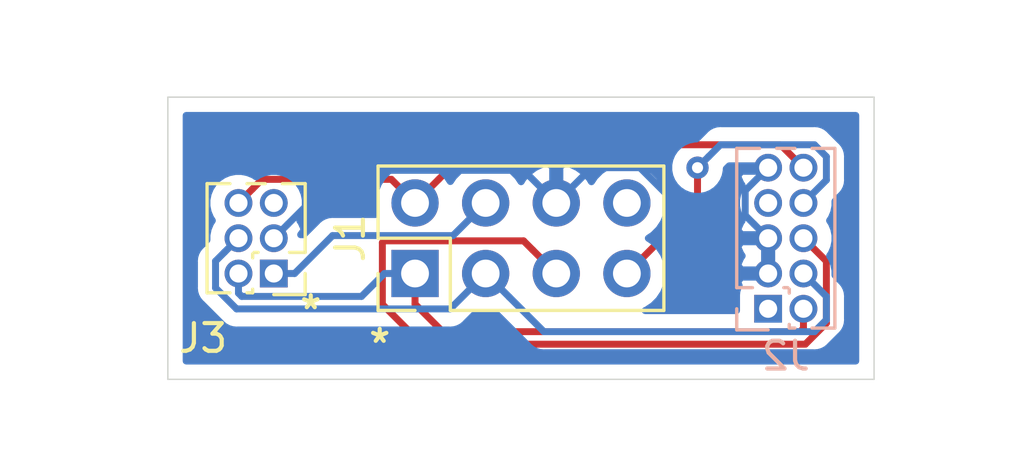
<source format=kicad_pcb>
(kicad_pcb (version 20171130) (host pcbnew "(5.1.5)-3")

  (general
    (thickness 1.6)
    (drawings 6)
    (tracks 69)
    (zones 0)
    (modules 3)
    (nets 12)
  )

  (page A4)
  (layers
    (0 F.Cu signal)
    (31 B.Cu signal)
    (32 B.Adhes user)
    (33 F.Adhes user)
    (34 B.Paste user)
    (35 F.Paste user)
    (36 B.SilkS user)
    (37 F.SilkS user)
    (38 B.Mask user)
    (39 F.Mask user)
    (40 Dwgs.User user)
    (41 Cmts.User user)
    (42 Eco1.User user)
    (43 Eco2.User user)
    (44 Edge.Cuts user)
    (45 Margin user)
    (46 B.CrtYd user)
    (47 F.CrtYd user)
    (48 B.Fab user)
    (49 F.Fab user)
  )

  (setup
    (last_trace_width 0.25)
    (trace_clearance 0.2)
    (zone_clearance 0.508)
    (zone_45_only no)
    (trace_min 0.2)
    (via_size 0.8)
    (via_drill 0.4)
    (via_min_size 0.4)
    (via_min_drill 0.3)
    (uvia_size 0.3)
    (uvia_drill 0.1)
    (uvias_allowed no)
    (uvia_min_size 0.2)
    (uvia_min_drill 0.1)
    (edge_width 0.05)
    (segment_width 0.2)
    (pcb_text_width 0.3)
    (pcb_text_size 1.5 1.5)
    (mod_edge_width 0.12)
    (mod_text_size 1 1)
    (mod_text_width 0.15)
    (pad_size 1.524 1.524)
    (pad_drill 0.762)
    (pad_to_mask_clearance 0.051)
    (solder_mask_min_width 0.25)
    (aux_axis_origin 0 0)
    (visible_elements 7FFFFFFF)
    (pcbplotparams
      (layerselection 0x010fc_ffffffff)
      (usegerberextensions false)
      (usegerberattributes false)
      (usegerberadvancedattributes false)
      (creategerberjobfile false)
      (excludeedgelayer false)
      (linewidth 0.150000)
      (plotframeref false)
      (viasonmask false)
      (mode 1)
      (useauxorigin true)
      (hpglpennumber 1)
      (hpglpenspeed 20)
      (hpglpendiameter 15.000000)
      (psnegative false)
      (psa4output false)
      (plotreference true)
      (plotvalue true)
      (plotinvisibletext false)
      (padsonsilk false)
      (subtractmaskfromsilk false)
      (outputformat 1)
      (mirror false)
      (drillshape 0)
      (scaleselection 1)
      (outputdirectory "plot"))
  )

  (net 0 "")
  (net 1 +3V3)
  (net 2 /TMS)
  (net 3 GND)
  (net 4 /TCK)
  (net 5 /RESET)
  (net 6 "Net-(J2-Pad7)")
  (net 7 "Net-(J2-Pad1)")
  (net 8 "Net-(J3-Pad5)")
  (net 9 /TDO)
  (net 10 /TDI)
  (net 11 "Net-(J1-Pad8)")

  (net_class Default "This is the default net class."
    (clearance 0.2)
    (trace_width 0.25)
    (via_dia 0.8)
    (via_drill 0.4)
    (uvia_dia 0.3)
    (uvia_drill 0.1)
    (add_net +3V3)
    (add_net /RESET)
    (add_net /TCK)
    (add_net /TDI)
    (add_net /TDO)
    (add_net /TMS)
    (add_net GND)
    (add_net "Net-(J1-Pad8)")
    (add_net "Net-(J2-Pad1)")
    (add_net "Net-(J2-Pad7)")
    (add_net "Net-(J3-Pad5)")
  )

  (module Connector_PinHeader_1.27mm:PinHeader_2x03_P1.27mm_Vertical (layer F.Cu) (tedit 59FED6E3) (tstamp 5E824578)
    (at 85.09 57.15 180)
    (descr "Through hole straight pin header, 2x03, 1.27mm pitch, double rows")
    (tags "Through hole pin header THT 2x03 1.27mm double row")
    (path /5E825847)
    (fp_text reference J3 (at 2.54 -2.33) (layer F.SilkS)
      (effects (font (size 1 1) (thickness 0.15)))
    )
    (fp_text value Conn_02x03_Odd_Even (at 1.27 7.41) (layer F.Fab)
      (effects (font (size 1 1) (thickness 0.15)))
    )
    (fp_text user %R (at 1.27 2.54 90) (layer F.Fab)
      (effects (font (size 1 1) (thickness 0.15)))
    )
    (fp_line (start 2.85 -1.15) (end -1.6 -1.15) (layer F.CrtYd) (width 0.05))
    (fp_line (start 2.85 3.7) (end 2.85 -1.15) (layer F.CrtYd) (width 0.05))
    (fp_line (start -1.6 3.7) (end 2.85 3.7) (layer F.CrtYd) (width 0.05))
    (fp_line (start -1.6 -1.15) (end -1.6 3.7) (layer F.CrtYd) (width 0.05))
    (fp_line (start -1.13 -0.76) (end 0 -0.76) (layer F.SilkS) (width 0.12))
    (fp_line (start -1.13 0) (end -1.13 -0.76) (layer F.SilkS) (width 0.12))
    (fp_line (start 1.57753 -0.695) (end 2.4 -0.695) (layer F.SilkS) (width 0.12))
    (fp_line (start 0.76 -0.695) (end 0.96247 -0.695) (layer F.SilkS) (width 0.12))
    (fp_line (start 0.76 -0.563471) (end 0.76 -0.695) (layer F.SilkS) (width 0.12))
    (fp_line (start 0.76 0.706529) (end 0.76 0.563471) (layer F.SilkS) (width 0.12))
    (fp_line (start 0.563471 0.76) (end 0.706529 0.76) (layer F.SilkS) (width 0.12))
    (fp_line (start -1.13 0.76) (end -0.563471 0.76) (layer F.SilkS) (width 0.12))
    (fp_line (start 2.4 -0.695) (end 2.4 3.235) (layer F.SilkS) (width 0.12))
    (fp_line (start -1.13 0.76) (end -1.13 3.235) (layer F.SilkS) (width 0.12))
    (fp_line (start 0.30753 3.235) (end 0.96247 3.235) (layer F.SilkS) (width 0.12))
    (fp_line (start 1.57753 3.235) (end 2.4 3.235) (layer F.SilkS) (width 0.12))
    (fp_line (start -1.13 3.235) (end -0.30753 3.235) (layer F.SilkS) (width 0.12))
    (fp_line (start -1.07 0.2175) (end -0.2175 -0.635) (layer F.Fab) (width 0.1))
    (fp_line (start -1.07 3.175) (end -1.07 0.2175) (layer F.Fab) (width 0.1))
    (fp_line (start 2.34 3.175) (end -1.07 3.175) (layer F.Fab) (width 0.1))
    (fp_line (start 2.34 -0.635) (end 2.34 3.175) (layer F.Fab) (width 0.1))
    (fp_line (start -0.2175 -0.635) (end 2.34 -0.635) (layer F.Fab) (width 0.1))
    (pad 6 thru_hole oval (at 1.27 2.54 180) (size 1 1) (drill 0.65) (layers *.Cu *.Mask)
      (net 5 /RESET))
    (pad 5 thru_hole oval (at 0 2.54 180) (size 1 1) (drill 0.65) (layers *.Cu *.Mask)
      (net 8 "Net-(J3-Pad5)"))
    (pad 4 thru_hole oval (at 1.27 1.27 180) (size 1 1) (drill 0.65) (layers *.Cu *.Mask)
      (net 4 /TCK))
    (pad 3 thru_hole oval (at 0 1.27 180) (size 1 1) (drill 0.65) (layers *.Cu *.Mask)
      (net 3 GND))
    (pad 2 thru_hole oval (at 1.27 0 180) (size 1 1) (drill 0.65) (layers *.Cu *.Mask)
      (net 2 /TMS))
    (pad 1 thru_hole rect (at 0 0 180) (size 1 1) (drill 0.65) (layers *.Cu *.Mask)
      (net 1 +3V3))
    (model ${KISYS3DMOD}/Connector_PinHeader_1.27mm.3dshapes/PinHeader_2x03_P1.27mm_Vertical.wrl
      (at (xyz 0 0 0))
      (scale (xyz 1 1 1))
      (rotate (xyz 0 0 0))
    )
  )

  (module Connector_PinHeader_1.27mm:PinHeader_2x05_P1.27mm_Vertical (layer B.Cu) (tedit 59FED6E3) (tstamp 5E7B8F22)
    (at 102.87 58.42)
    (descr "Through hole straight pin header, 2x05, 1.27mm pitch, double rows")
    (tags "Through hole pin header THT 2x05 1.27mm double row")
    (path /5E7BC2A0)
    (fp_text reference J2 (at 0.635 1.695) (layer B.SilkS)
      (effects (font (size 1 1) (thickness 0.15)) (justify mirror))
    )
    (fp_text value Conn_02x05_Odd_Even (at 0.635 -6.775) (layer B.Fab)
      (effects (font (size 1 1) (thickness 0.15)) (justify mirror))
    )
    (fp_line (start -0.2175 0.635) (end 2.34 0.635) (layer B.Fab) (width 0.1))
    (fp_line (start 2.34 0.635) (end 2.34 -5.715) (layer B.Fab) (width 0.1))
    (fp_line (start 2.34 -5.715) (end -1.07 -5.715) (layer B.Fab) (width 0.1))
    (fp_line (start -1.07 -5.715) (end -1.07 -0.2175) (layer B.Fab) (width 0.1))
    (fp_line (start -1.07 -0.2175) (end -0.2175 0.635) (layer B.Fab) (width 0.1))
    (fp_line (start -1.13 -5.775) (end -0.30753 -5.775) (layer B.SilkS) (width 0.12))
    (fp_line (start 1.57753 -5.775) (end 2.4 -5.775) (layer B.SilkS) (width 0.12))
    (fp_line (start 0.30753 -5.775) (end 0.96247 -5.775) (layer B.SilkS) (width 0.12))
    (fp_line (start -1.13 -0.76) (end -1.13 -5.775) (layer B.SilkS) (width 0.12))
    (fp_line (start 2.4 0.695) (end 2.4 -5.775) (layer B.SilkS) (width 0.12))
    (fp_line (start -1.13 -0.76) (end -0.563471 -0.76) (layer B.SilkS) (width 0.12))
    (fp_line (start 0.563471 -0.76) (end 0.706529 -0.76) (layer B.SilkS) (width 0.12))
    (fp_line (start 0.76 -0.706529) (end 0.76 -0.563471) (layer B.SilkS) (width 0.12))
    (fp_line (start 0.76 0.563471) (end 0.76 0.695) (layer B.SilkS) (width 0.12))
    (fp_line (start 0.76 0.695) (end 0.96247 0.695) (layer B.SilkS) (width 0.12))
    (fp_line (start 1.57753 0.695) (end 2.4 0.695) (layer B.SilkS) (width 0.12))
    (fp_line (start -1.13 0) (end -1.13 0.76) (layer B.SilkS) (width 0.12))
    (fp_line (start -1.13 0.76) (end 0 0.76) (layer B.SilkS) (width 0.12))
    (fp_line (start -1.6 1.15) (end -1.6 -6.25) (layer B.CrtYd) (width 0.05))
    (fp_line (start -1.6 -6.25) (end 2.85 -6.25) (layer B.CrtYd) (width 0.05))
    (fp_line (start 2.85 -6.25) (end 2.85 1.15) (layer B.CrtYd) (width 0.05))
    (fp_line (start 2.85 1.15) (end -1.6 1.15) (layer B.CrtYd) (width 0.05))
    (fp_text user %R (at 0.635 -2.54 -90) (layer B.Fab)
      (effects (font (size 1 1) (thickness 0.15)) (justify mirror))
    )
    (pad 1 thru_hole rect (at 0 0) (size 1 1) (drill 0.65) (layers *.Cu *.Mask)
      (net 7 "Net-(J2-Pad1)"))
    (pad 2 thru_hole oval (at 1.27 0) (size 1 1) (drill 0.65) (layers *.Cu *.Mask)
      (net 2 /TMS))
    (pad 3 thru_hole oval (at 0 -1.27) (size 1 1) (drill 0.65) (layers *.Cu *.Mask)
      (net 3 GND))
    (pad 4 thru_hole oval (at 1.27 -1.27) (size 1 1) (drill 0.65) (layers *.Cu *.Mask)
      (net 4 /TCK))
    (pad 5 thru_hole oval (at 0 -2.54) (size 1 1) (drill 0.65) (layers *.Cu *.Mask)
      (net 3 GND))
    (pad 6 thru_hole oval (at 1.27 -2.54) (size 1 1) (drill 0.65) (layers *.Cu *.Mask)
      (net 9 /TDO))
    (pad 7 thru_hole oval (at 0 -3.81) (size 1 1) (drill 0.65) (layers *.Cu *.Mask)
      (net 6 "Net-(J2-Pad7)"))
    (pad 8 thru_hole oval (at 1.27 -3.81) (size 1 1) (drill 0.65) (layers *.Cu *.Mask)
      (net 10 /TDI))
    (pad 9 thru_hole oval (at 0 -5.08) (size 1 1) (drill 0.65) (layers *.Cu *.Mask)
      (net 3 GND))
    (pad 10 thru_hole oval (at 1.27 -5.08) (size 1 1) (drill 0.65) (layers *.Cu *.Mask)
      (net 5 /RESET))
    (model ${KISYS3DMOD}/Connector_PinHeader_1.27mm.3dshapes/PinHeader_2x05_P1.27mm_Vertical.wrl
      (at (xyz 0 0 0))
      (scale (xyz 1 1 1))
      (rotate (xyz 0 0 0))
    )
  )

  (module Connector_PinHeader_2.54mm:PinHeader_2x04_P2.54mm_Vertical (layer F.Cu) (tedit 59FED5CC) (tstamp 5E82562D)
    (at 90.17 57.15 90)
    (descr "Through hole straight pin header, 2x04, 2.54mm pitch, double rows")
    (tags "Through hole pin header THT 2x04 2.54mm double row")
    (path /5E82E9DB)
    (fp_text reference J1 (at 1.27 -2.33 90) (layer F.SilkS)
      (effects (font (size 1 1) (thickness 0.15)))
    )
    (fp_text value Conn_02x04_Odd_Even (at 1.27 9.95 90) (layer F.Fab)
      (effects (font (size 1 1) (thickness 0.15)))
    )
    (fp_line (start 0 -1.27) (end 3.81 -1.27) (layer F.Fab) (width 0.1))
    (fp_line (start 3.81 -1.27) (end 3.81 8.89) (layer F.Fab) (width 0.1))
    (fp_line (start 3.81 8.89) (end -1.27 8.89) (layer F.Fab) (width 0.1))
    (fp_line (start -1.27 8.89) (end -1.27 0) (layer F.Fab) (width 0.1))
    (fp_line (start -1.27 0) (end 0 -1.27) (layer F.Fab) (width 0.1))
    (fp_line (start -1.33 8.95) (end 3.87 8.95) (layer F.SilkS) (width 0.12))
    (fp_line (start -1.33 1.27) (end -1.33 8.95) (layer F.SilkS) (width 0.12))
    (fp_line (start 3.87 -1.33) (end 3.87 8.95) (layer F.SilkS) (width 0.12))
    (fp_line (start -1.33 1.27) (end 1.27 1.27) (layer F.SilkS) (width 0.12))
    (fp_line (start 1.27 1.27) (end 1.27 -1.33) (layer F.SilkS) (width 0.12))
    (fp_line (start 1.27 -1.33) (end 3.87 -1.33) (layer F.SilkS) (width 0.12))
    (fp_line (start -1.33 0) (end -1.33 -1.33) (layer F.SilkS) (width 0.12))
    (fp_line (start -1.33 -1.33) (end 0 -1.33) (layer F.SilkS) (width 0.12))
    (fp_line (start -1.8 -1.8) (end -1.8 9.4) (layer F.CrtYd) (width 0.05))
    (fp_line (start -1.8 9.4) (end 4.35 9.4) (layer F.CrtYd) (width 0.05))
    (fp_line (start 4.35 9.4) (end 4.35 -1.8) (layer F.CrtYd) (width 0.05))
    (fp_line (start 4.35 -1.8) (end -1.8 -1.8) (layer F.CrtYd) (width 0.05))
    (fp_text user %R (at 1.27 3.81) (layer F.Fab)
      (effects (font (size 1 1) (thickness 0.15)))
    )
    (pad 1 thru_hole rect (at 0 0 90) (size 1.7 1.7) (drill 1) (layers *.Cu *.Mask)
      (net 2 /TMS))
    (pad 2 thru_hole oval (at 2.54 0 90) (size 1.7 1.7) (drill 1) (layers *.Cu *.Mask)
      (net 5 /RESET))
    (pad 3 thru_hole oval (at 0 2.54 90) (size 1.7 1.7) (drill 1) (layers *.Cu *.Mask)
      (net 4 /TCK))
    (pad 4 thru_hole oval (at 2.54 2.54 90) (size 1.7 1.7) (drill 1) (layers *.Cu *.Mask)
      (net 1 +3V3))
    (pad 5 thru_hole oval (at 0 5.08 90) (size 1.7 1.7) (drill 1) (layers *.Cu *.Mask)
      (net 9 /TDO))
    (pad 6 thru_hole oval (at 2.54 5.08 90) (size 1.7 1.7) (drill 1) (layers *.Cu *.Mask)
      (net 3 GND))
    (pad 7 thru_hole oval (at 0 7.62 90) (size 1.7 1.7) (drill 1) (layers *.Cu *.Mask)
      (net 10 /TDI))
    (pad 8 thru_hole oval (at 2.54 7.62 90) (size 1.7 1.7) (drill 1) (layers *.Cu *.Mask)
      (net 11 "Net-(J1-Pad8)"))
    (model ${KISYS3DMOD}/Connector_PinHeader_2.54mm.3dshapes/PinHeader_2x04_P2.54mm_Vertical.wrl
      (at (xyz 0 0 0))
      (scale (xyz 1 1 1))
      (rotate (xyz 0 0 0))
    )
  )

  (gr_text * (at 86.42 58.48) (layer F.SilkS) (tstamp 5E8255B7)
    (effects (font (size 1 1) (thickness 0.15)))
  )
  (gr_text "*\n" (at 88.9 59.69) (layer F.SilkS)
    (effects (font (size 1 1) (thickness 0.15)))
  )
  (gr_line (start 81.28 60.96) (end 81.28 50.8) (layer Edge.Cuts) (width 0.05) (tstamp 5E7B918E))
  (gr_line (start 106.68 60.96) (end 81.28 60.96) (layer Edge.Cuts) (width 0.05))
  (gr_line (start 106.68 50.8) (end 106.68 60.96) (layer Edge.Cuts) (width 0.05))
  (gr_line (start 81.28 50.8) (end 106.68 50.8) (layer Edge.Cuts) (width 0.05))

  (segment (start 85.84 57.15) (end 85.09 57.15) (width 0.25) (layer B.Cu) (net 1))
  (segment (start 87.204999 55.785001) (end 85.84 57.15) (width 0.25) (layer B.Cu) (net 1))
  (segment (start 91.534999 55.785001) (end 87.204999 55.785001) (width 0.25) (layer B.Cu) (net 1))
  (segment (start 92.71 54.61) (end 91.534999 55.785001) (width 0.25) (layer B.Cu) (net 1))
  (segment (start 88.244999 57.975001) (end 83.937895 57.975001) (width 0.25) (layer B.Cu) (net 2))
  (segment (start 83.82 57.857106) (end 83.82 57.15) (width 0.25) (layer B.Cu) (net 2))
  (segment (start 83.937895 57.975001) (end 83.82 57.857106) (width 0.25) (layer B.Cu) (net 2))
  (segment (start 89.07 57.15) (end 88.244999 57.975001) (width 0.25) (layer B.Cu) (net 2))
  (segment (start 90.17 57.15) (end 89.07 57.15) (width 0.25) (layer B.Cu) (net 2))
  (segment (start 91.165001 59.245001) (end 90.17 58.25) (width 0.25) (layer F.Cu) (net 2))
  (segment (start 104.022105 59.245001) (end 91.165001 59.245001) (width 0.25) (layer F.Cu) (net 2))
  (segment (start 104.14 59.127106) (end 104.022105 59.245001) (width 0.25) (layer F.Cu) (net 2))
  (segment (start 90.17 58.25) (end 90.17 57.15) (width 0.25) (layer F.Cu) (net 2))
  (segment (start 104.14 58.42) (end 104.14 59.127106) (width 0.25) (layer F.Cu) (net 2))
  (segment (start 102.370001 55.380001) (end 102.87 55.88) (width 0.25) (layer B.Cu) (net 3))
  (segment (start 102.044999 55.054999) (end 102.370001 55.380001) (width 0.25) (layer B.Cu) (net 3))
  (segment (start 102.044999 54.165001) (end 102.044999 55.054999) (width 0.25) (layer B.Cu) (net 3))
  (segment (start 102.87 53.34) (end 102.044999 54.165001) (width 0.25) (layer B.Cu) (net 3))
  (segment (start 102.87 55.88) (end 102.87 57.15) (width 0.25) (layer B.Cu) (net 3))
  (segment (start 87.535001 53.434999) (end 85.589999 55.380001) (width 0.25) (layer B.Cu) (net 3))
  (segment (start 94.074999 53.434999) (end 87.535001 53.434999) (width 0.25) (layer B.Cu) (net 3))
  (segment (start 85.589999 55.380001) (end 85.09 55.88) (width 0.25) (layer B.Cu) (net 3))
  (segment (start 95.25 54.61) (end 94.074999 53.434999) (width 0.25) (layer B.Cu) (net 3))
  (segment (start 102.162894 55.88) (end 102.87 55.88) (width 0.25) (layer B.Cu) (net 3))
  (segment (start 96.52 53.34) (end 98.259002 53.34) (width 0.25) (layer B.Cu) (net 3))
  (segment (start 95.25 54.61) (end 96.52 53.34) (width 0.25) (layer B.Cu) (net 3))
  (segment (start 100.874999 55.88) (end 102.162894 55.88) (width 0.25) (layer B.Cu) (net 3))
  (segment (start 98.259002 53.34) (end 99.529002 54.61) (width 0.25) (layer B.Cu) (net 3))
  (segment (start 99.529002 54.61) (end 99.604999 54.61) (width 0.25) (layer B.Cu) (net 3))
  (segment (start 99.604999 54.61) (end 100.874999 55.88) (width 0.25) (layer B.Cu) (net 3))
  (segment (start 94.805001 59.245001) (end 93.559999 57.999999) (width 0.25) (layer B.Cu) (net 4))
  (segment (start 104.536001 59.245001) (end 94.805001 59.245001) (width 0.25) (layer B.Cu) (net 4))
  (segment (start 104.965001 58.816001) (end 104.536001 59.245001) (width 0.25) (layer B.Cu) (net 4))
  (segment (start 104.965001 57.975001) (end 104.965001 58.816001) (width 0.25) (layer B.Cu) (net 4))
  (segment (start 93.559999 57.999999) (end 92.71 57.15) (width 0.25) (layer B.Cu) (net 4))
  (segment (start 104.14 57.15) (end 104.965001 57.975001) (width 0.25) (layer B.Cu) (net 4))
  (segment (start 83.320001 56.379999) (end 83.82 55.88) (width 0.25) (layer B.Cu) (net 4))
  (segment (start 82.994999 57.668515) (end 82.994999 56.705001) (width 0.25) (layer B.Cu) (net 4))
  (segment (start 82.994999 56.705001) (end 83.320001 56.379999) (width 0.25) (layer B.Cu) (net 4))
  (segment (start 83.751494 58.42501) (end 82.994999 57.668515) (width 0.25) (layer B.Cu) (net 4))
  (segment (start 91.43499 58.42501) (end 83.751494 58.42501) (width 0.25) (layer B.Cu) (net 4))
  (segment (start 92.71 57.15) (end 91.43499 58.42501) (width 0.25) (layer B.Cu) (net 4))
  (segment (start 92.265001 52.514999) (end 91.019999 53.760001) (width 0.25) (layer F.Cu) (net 5))
  (segment (start 103.314999 52.514999) (end 92.265001 52.514999) (width 0.25) (layer F.Cu) (net 5))
  (segment (start 91.019999 53.760001) (end 90.17 54.61) (width 0.25) (layer F.Cu) (net 5))
  (segment (start 104.14 53.34) (end 103.314999 52.514999) (width 0.25) (layer F.Cu) (net 5))
  (segment (start 84.669999 53.760001) (end 84.319999 54.110001) (width 0.25) (layer F.Cu) (net 5))
  (segment (start 84.319999 54.110001) (end 83.82 54.61) (width 0.25) (layer F.Cu) (net 5))
  (segment (start 89.320001 53.760001) (end 84.669999 53.760001) (width 0.25) (layer F.Cu) (net 5))
  (segment (start 90.17 54.61) (end 89.320001 53.760001) (width 0.25) (layer F.Cu) (net 5))
  (segment (start 94.400001 56.300001) (end 95.25 57.15) (width 0.25) (layer F.Cu) (net 9))
  (segment (start 94.074999 55.974999) (end 94.400001 56.300001) (width 0.25) (layer F.Cu) (net 9))
  (segment (start 89.059999 55.974999) (end 94.074999 55.974999) (width 0.25) (layer F.Cu) (net 9))
  (segment (start 90.430009 59.695011) (end 88.994999 58.260001) (width 0.25) (layer F.Cu) (net 9))
  (segment (start 88.994999 58.260001) (end 88.994999 56.039999) (width 0.25) (layer F.Cu) (net 9))
  (segment (start 104.208505 59.695011) (end 90.430009 59.695011) (width 0.25) (layer F.Cu) (net 9))
  (segment (start 88.994999 56.039999) (end 89.059999 55.974999) (width 0.25) (layer F.Cu) (net 9))
  (segment (start 104.965001 58.938515) (end 104.208505 59.695011) (width 0.25) (layer F.Cu) (net 9))
  (segment (start 104.965001 56.705001) (end 104.965001 58.938515) (width 0.25) (layer F.Cu) (net 9))
  (segment (start 104.14 55.88) (end 104.965001 56.705001) (width 0.25) (layer F.Cu) (net 9))
  (segment (start 97.79 57.15) (end 100.33 54.61) (width 0.25) (layer F.Cu) (net 10))
  (segment (start 104.965001 53.784999) (end 104.965001 52.943999) (width 0.25) (layer B.Cu) (net 10))
  (segment (start 104.14 54.61) (end 104.965001 53.784999) (width 0.25) (layer B.Cu) (net 10))
  (segment (start 104.536001 52.514999) (end 101.155001 52.514999) (width 0.25) (layer B.Cu) (net 10))
  (segment (start 100.729999 52.940001) (end 100.33 53.34) (width 0.25) (layer B.Cu) (net 10))
  (segment (start 101.155001 52.514999) (end 100.729999 52.940001) (width 0.25) (layer B.Cu) (net 10))
  (segment (start 104.965001 52.943999) (end 104.536001 52.514999) (width 0.25) (layer B.Cu) (net 10))
  (via (at 100.33 53.34) (size 0.8) (drill 0.4) (layers F.Cu B.Cu) (net 10))
  (segment (start 100.33 54.61) (end 100.33 53.34) (width 0.25) (layer F.Cu) (net 10))

  (zone (net 3) (net_name GND) (layer B.Cu) (tstamp 5E8258B3) (hatch edge 0.508)
    (connect_pads (clearance 0.508))
    (min_thickness 0.254)
    (fill yes (arc_segments 32) (thermal_gap 0.508) (thermal_bridge_width 0.508))
    (polygon
      (pts
        (xy 106.68 60.96) (xy 81.28 60.96) (xy 81.28 50.8) (xy 106.68 50.8)
      )
    )
    (filled_polygon
      (pts
        (xy 106.020001 60.3) (xy 81.94 60.3) (xy 81.94 56.705001) (xy 82.231323 56.705001) (xy 82.235 56.742333)
        (xy 82.234999 57.631192) (xy 82.231323 57.668515) (xy 82.234999 57.705837) (xy 82.234999 57.705847) (xy 82.245996 57.8175)
        (xy 82.282448 57.937668) (xy 82.289453 57.960761) (xy 82.360025 58.092791) (xy 82.39987 58.141341) (xy 82.454998 58.208516)
        (xy 82.484001 58.232318) (xy 83.187699 58.936018) (xy 83.211493 58.965011) (xy 83.240486 58.988805) (xy 83.24049 58.988809)
        (xy 83.308329 59.044482) (xy 83.327218 59.059984) (xy 83.459247 59.130556) (xy 83.602508 59.174013) (xy 83.714161 59.18501)
        (xy 83.71417 59.18501) (xy 83.751493 59.188686) (xy 83.788816 59.18501) (xy 91.397668 59.18501) (xy 91.43499 59.188686)
        (xy 91.472312 59.18501) (xy 91.472323 59.18501) (xy 91.583976 59.174013) (xy 91.727237 59.130556) (xy 91.859266 59.059984)
        (xy 91.974991 58.965011) (xy 91.998793 58.936008) (xy 92.343592 58.59121) (xy 92.56374 58.635) (xy 92.85626 58.635)
        (xy 93.076408 58.591209) (xy 94.241202 59.756004) (xy 94.265 59.785002) (xy 94.380725 59.879975) (xy 94.512754 59.950547)
        (xy 94.656015 59.994004) (xy 94.767668 60.005001) (xy 94.767676 60.005001) (xy 94.805001 60.008677) (xy 94.842326 60.005001)
        (xy 104.498679 60.005001) (xy 104.536001 60.008677) (xy 104.573323 60.005001) (xy 104.573334 60.005001) (xy 104.684987 59.994004)
        (xy 104.828248 59.950547) (xy 104.960277 59.879975) (xy 105.076002 59.785002) (xy 105.099805 59.755998) (xy 105.475998 59.379805)
        (xy 105.505002 59.356002) (xy 105.599975 59.240277) (xy 105.670547 59.108248) (xy 105.714004 58.964987) (xy 105.725001 58.853334)
        (xy 105.728678 58.816001) (xy 105.725001 58.778668) (xy 105.725001 58.012334) (xy 105.728678 57.975001) (xy 105.714004 57.826015)
        (xy 105.670547 57.682754) (xy 105.599975 57.550725) (xy 105.5288 57.463998) (xy 105.505002 57.435) (xy 105.476005 57.411203)
        (xy 105.275 57.210198) (xy 105.275 57.038212) (xy 105.231383 56.818933) (xy 105.145824 56.612376) (xy 105.080759 56.515)
        (xy 105.145824 56.417624) (xy 105.231383 56.211067) (xy 105.275 55.991788) (xy 105.275 55.768212) (xy 105.231383 55.548933)
        (xy 105.145824 55.342376) (xy 105.080759 55.245) (xy 105.145824 55.147624) (xy 105.231383 54.941067) (xy 105.275 54.721788)
        (xy 105.275 54.549802) (xy 105.476005 54.348797) (xy 105.505002 54.325) (xy 105.599975 54.209275) (xy 105.670547 54.077246)
        (xy 105.714004 53.933985) (xy 105.725001 53.822332) (xy 105.725001 53.822331) (xy 105.728678 53.784999) (xy 105.725001 53.747666)
        (xy 105.725001 52.981332) (xy 105.728678 52.943999) (xy 105.714004 52.795013) (xy 105.670547 52.651752) (xy 105.599975 52.519723)
        (xy 105.596098 52.514999) (xy 105.505002 52.403998) (xy 105.475998 52.380195) (xy 105.099805 52.004002) (xy 105.076002 51.974998)
        (xy 104.960277 51.880025) (xy 104.828248 51.809453) (xy 104.684987 51.765996) (xy 104.573334 51.754999) (xy 104.573323 51.754999)
        (xy 104.536001 51.751323) (xy 104.498679 51.754999) (xy 101.192334 51.754999) (xy 101.155001 51.751322) (xy 101.117668 51.754999)
        (xy 101.006015 51.765996) (xy 100.862754 51.809453) (xy 100.730725 51.880025) (xy 100.615 51.974998) (xy 100.591197 52.004002)
        (xy 100.290199 52.305) (xy 100.228061 52.305) (xy 100.028102 52.344774) (xy 99.839744 52.422795) (xy 99.670226 52.536063)
        (xy 99.526063 52.680226) (xy 99.412795 52.849744) (xy 99.334774 53.038102) (xy 99.295 53.238061) (xy 99.295 53.441939)
        (xy 99.334774 53.641898) (xy 99.412795 53.830256) (xy 99.526063 53.999774) (xy 99.670226 54.143937) (xy 99.839744 54.257205)
        (xy 100.028102 54.335226) (xy 100.228061 54.375) (xy 100.431939 54.375) (xy 100.631898 54.335226) (xy 100.820256 54.257205)
        (xy 100.989774 54.143937) (xy 101.133937 53.999774) (xy 101.247205 53.830256) (xy 101.325226 53.641898) (xy 101.365 53.441939)
        (xy 101.365 53.379801) (xy 101.469802 53.274999) (xy 103.005 53.274999) (xy 103.005 53.451788) (xy 103.008026 53.467)
        (xy 102.997 53.467) (xy 102.997 53.478026) (xy 102.981788 53.475) (xy 102.758212 53.475) (xy 102.743 53.478026)
        (xy 102.743 53.467) (xy 101.902046 53.467) (xy 101.775881 53.641874) (xy 101.792554 53.696864) (xy 101.882877 53.900206)
        (xy 101.932353 53.970342) (xy 101.864176 54.072376) (xy 101.778617 54.278933) (xy 101.735 54.498212) (xy 101.735 54.721788)
        (xy 101.778617 54.941067) (xy 101.864176 55.147624) (xy 101.932353 55.249658) (xy 101.882877 55.319794) (xy 101.792554 55.523136)
        (xy 101.775881 55.578126) (xy 101.902046 55.753) (xy 102.743 55.753) (xy 102.743 55.741974) (xy 102.758212 55.745)
        (xy 102.981788 55.745) (xy 102.997 55.741974) (xy 102.997 55.753) (xy 103.008026 55.753) (xy 103.005 55.768212)
        (xy 103.005 55.991788) (xy 103.008026 56.007) (xy 102.997 56.007) (xy 102.997 57.023) (xy 103.008026 57.023)
        (xy 103.005 57.038212) (xy 103.005 57.261788) (xy 103.008026 57.277) (xy 102.997 57.277) (xy 102.997 57.281928)
        (xy 102.743 57.281928) (xy 102.743 57.277) (xy 101.902046 57.277) (xy 101.775881 57.451874) (xy 101.792554 57.506864)
        (xy 101.82807 57.58682) (xy 101.780498 57.67582) (xy 101.744188 57.795518) (xy 101.731928 57.92) (xy 101.731928 58.485001)
        (xy 98.447514 58.485001) (xy 98.493411 58.46599) (xy 98.736632 58.303475) (xy 98.943475 58.096632) (xy 99.10599 57.853411)
        (xy 99.217932 57.583158) (xy 99.275 57.29626) (xy 99.275 57.00374) (xy 99.217932 56.716842) (xy 99.10599 56.446589)
        (xy 98.943475 56.203368) (xy 98.921981 56.181874) (xy 101.775881 56.181874) (xy 101.792554 56.236864) (xy 101.882877 56.440206)
        (xy 101.935639 56.515) (xy 101.882877 56.589794) (xy 101.792554 56.793136) (xy 101.775881 56.848126) (xy 101.902046 57.023)
        (xy 102.743 57.023) (xy 102.743 56.007) (xy 101.902046 56.007) (xy 101.775881 56.181874) (xy 98.921981 56.181874)
        (xy 98.736632 55.996525) (xy 98.56224 55.88) (xy 98.736632 55.763475) (xy 98.943475 55.556632) (xy 99.10599 55.313411)
        (xy 99.217932 55.043158) (xy 99.275 54.75626) (xy 99.275 54.46374) (xy 99.217932 54.176842) (xy 99.10599 53.906589)
        (xy 98.943475 53.663368) (xy 98.736632 53.456525) (xy 98.493411 53.29401) (xy 98.223158 53.182068) (xy 97.93626 53.125)
        (xy 97.64374 53.125) (xy 97.356842 53.182068) (xy 97.086589 53.29401) (xy 96.843368 53.456525) (xy 96.636525 53.663368)
        (xy 96.514805 53.845534) (xy 96.445178 53.728645) (xy 96.250269 53.512412) (xy 96.01692 53.338359) (xy 95.754099 53.213175)
        (xy 95.60689 53.168524) (xy 95.377 53.289845) (xy 95.377 54.483) (xy 95.397 54.483) (xy 95.397 54.737)
        (xy 95.377 54.737) (xy 95.377 54.757) (xy 95.123 54.757) (xy 95.123 54.737) (xy 95.103 54.737)
        (xy 95.103 54.483) (xy 95.123 54.483) (xy 95.123 53.289845) (xy 94.89311 53.168524) (xy 94.745901 53.213175)
        (xy 94.48308 53.338359) (xy 94.249731 53.512412) (xy 94.054822 53.728645) (xy 93.985195 53.845534) (xy 93.863475 53.663368)
        (xy 93.656632 53.456525) (xy 93.413411 53.29401) (xy 93.143158 53.182068) (xy 92.85626 53.125) (xy 92.56374 53.125)
        (xy 92.276842 53.182068) (xy 92.006589 53.29401) (xy 91.763368 53.456525) (xy 91.556525 53.663368) (xy 91.44 53.83776)
        (xy 91.323475 53.663368) (xy 91.116632 53.456525) (xy 90.873411 53.29401) (xy 90.603158 53.182068) (xy 90.31626 53.125)
        (xy 90.02374 53.125) (xy 89.736842 53.182068) (xy 89.466589 53.29401) (xy 89.223368 53.456525) (xy 89.016525 53.663368)
        (xy 88.85401 53.906589) (xy 88.742068 54.176842) (xy 88.685 54.46374) (xy 88.685 54.75626) (xy 88.738456 55.025001)
        (xy 87.242321 55.025001) (xy 87.204998 55.021325) (xy 87.167675 55.025001) (xy 87.167666 55.025001) (xy 87.056013 55.035998)
        (xy 86.912752 55.079455) (xy 86.780722 55.150027) (xy 86.750957 55.174455) (xy 86.664998 55.245) (xy 86.6412 55.273998)
        (xy 86.162201 55.752998) (xy 86.057955 55.752998) (xy 86.184119 55.578126) (xy 86.167446 55.523136) (xy 86.077123 55.319794)
        (xy 86.027647 55.249658) (xy 86.095824 55.147624) (xy 86.181383 54.941067) (xy 86.225 54.721788) (xy 86.225 54.498212)
        (xy 86.181383 54.278933) (xy 86.095824 54.072376) (xy 85.971612 53.88648) (xy 85.81352 53.728388) (xy 85.627624 53.604176)
        (xy 85.421067 53.518617) (xy 85.201788 53.475) (xy 84.978212 53.475) (xy 84.758933 53.518617) (xy 84.552376 53.604176)
        (xy 84.455 53.669241) (xy 84.357624 53.604176) (xy 84.151067 53.518617) (xy 83.931788 53.475) (xy 83.708212 53.475)
        (xy 83.488933 53.518617) (xy 83.282376 53.604176) (xy 83.09648 53.728388) (xy 82.938388 53.88648) (xy 82.814176 54.072376)
        (xy 82.728617 54.278933) (xy 82.685 54.498212) (xy 82.685 54.721788) (xy 82.728617 54.941067) (xy 82.814176 55.147624)
        (xy 82.879241 55.245) (xy 82.814176 55.342376) (xy 82.728617 55.548933) (xy 82.685 55.768212) (xy 82.685 55.940199)
        (xy 82.483997 56.141202) (xy 82.454999 56.165) (xy 82.431201 56.193998) (xy 82.4312 56.193999) (xy 82.360025 56.280725)
        (xy 82.289453 56.412755) (xy 82.245997 56.556016) (xy 82.231323 56.705001) (xy 81.94 56.705001) (xy 81.94 51.46)
        (xy 106.02 51.46)
      )
    )
    (filled_polygon
      (pts
        (xy 85.217 55.753) (xy 85.237 55.753) (xy 85.237 56.007) (xy 85.217 56.007) (xy 85.217 56.011928)
        (xy 84.963 56.011928) (xy 84.963 56.007) (xy 84.951974 56.007) (xy 84.955 55.991788) (xy 84.955 55.768212)
        (xy 84.951974 55.753) (xy 84.963 55.753) (xy 84.963 55.741974) (xy 84.978212 55.745) (xy 85.201788 55.745)
        (xy 85.217 55.741974)
      )
    )
  )
)

</source>
